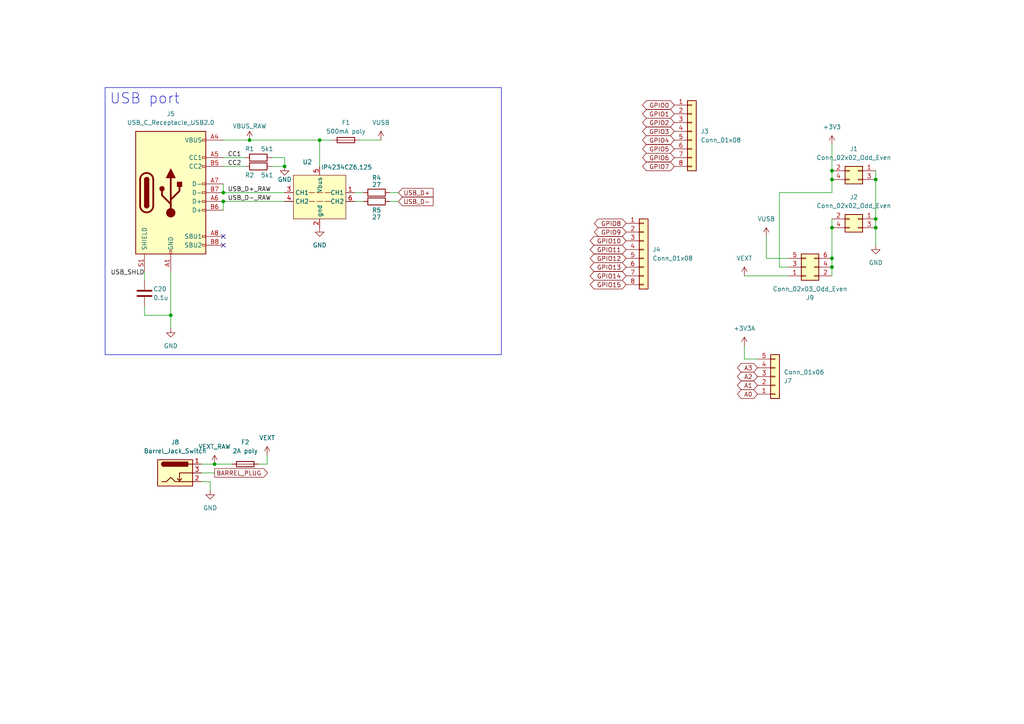
<source format=kicad_sch>
(kicad_sch (version 20231120) (generator "eeschema") (generator_version "8.0")
  (paper "A4")
  (lib_symbols
    (symbol "Connector:Barrel_Jack_Switch" (pin_names hide)
      (property "Reference" "J" (at 0 5.334 0))
      (property "Value" "Barrel_Jack_Switch" (at 0 -5.08 0))
      (symbol "Barrel_Jack_Switch_0_1"
        (rectangle (start -5.08 3.81) (end 5.08 -3.81) (stroke (width 0.254)) (fill (type background)))
        (arc (start -3.302 3.175) (mid -3.9343 2.54) (end -3.302 1.905) (stroke (width 0.254)))
        (arc (start -3.302 3.175) (mid -3.9343 2.54) (end -3.302 1.905) (stroke (width 0.254)) (fill (type outline)))
        (polyline (pts (xy 1.27 -2.286) (xy 1.905 -1.651)) (stroke (width 0.254)))
        (polyline (pts (xy 5.08 2.54) (xy 3.81 2.54)) (stroke (width 0.254)))
        (polyline (pts (xy 5.08 0) (xy 1.27 0) (xy 1.27 -2.286) (xy 0.635 -1.651)) (stroke (width 0.254)))
        (polyline (pts (xy -3.81 -2.54) (xy -2.54 -2.54) (xy -1.27 -1.27) (xy 0 -2.54) (xy 2.54 -2.54) (xy 5.08 -2.54)) (stroke (width 0.254)))
        (rectangle (start 3.683 3.175) (end -3.302 1.905) (stroke (width 0.254)) (fill (type outline)))
      )
      (symbol "Barrel_Jack_Switch_1_1"
        (pin passive line (at 7.62 2.54 180) (length 2.54) (name "~") (number "1"))
        (pin passive line (at 7.62 -2.54 180) (length 2.54) (name "~") (number "2"))
        (pin passive line (at 7.62 0 180) (length 2.54) (name "~") (number "3"))
      )
    )
    (symbol "Connector:USB_C_Receptacle_USB2.0" (pin_names (offset 1.016))
      (property "Reference" "J" (at -10.16 19.05 0))
      (property "Value" "USB_C_Receptacle_USB2.0" (at 19.05 19.05 0))
      (symbol "USB_C_Receptacle_USB2.0_0_0"
        (rectangle (start -0.254 -17.78) (end 0.254 -16.764))
        (rectangle (start 10.16 -14.986) (end 9.144 -15.494))
        (rectangle (start 10.16 -12.446) (end 9.144 -12.954))
        (rectangle (start 10.16 -4.826) (end 9.144 -5.334))
        (rectangle (start 10.16 -2.286) (end 9.144 -2.794))
        (rectangle (start 10.16 0.254) (end 9.144 -0.254))
        (rectangle (start 10.16 2.794) (end 9.144 2.286))
        (rectangle (start 10.16 7.874) (end 9.144 7.366))
        (rectangle (start 10.16 10.414) (end 9.144 9.906))
        (rectangle (start 10.16 15.494) (end 9.144 14.986))
      )
      (symbol "USB_C_Receptacle_USB2.0_0_1"
        (rectangle (start -10.16 17.78) (end 10.16 -17.78) (stroke (width 0.254)) (fill (type background)))
        (arc (start -8.89 -3.81) (mid -6.985 -5.7067) (end -5.08 -3.81) (stroke (width 0.508)))
        (arc (start -7.62 -3.81) (mid -6.985 -4.4423) (end -6.35 -3.81) (stroke (width 0.254)))
        (arc (start -7.62 -3.81) (mid -6.985 -4.4423) (end -6.35 -3.81) (stroke (width 0.254)) (fill (type outline)))
        (rectangle (start -7.62 -3.81) (end -6.35 3.81) (stroke (width 0.254)) (fill (type outline)))
        (arc (start -6.35 3.81) (mid -6.985 4.4423) (end -7.62 3.81) (stroke (width 0.254)))
        (arc (start -6.35 3.81) (mid -6.985 4.4423) (end -7.62 3.81) (stroke (width 0.254)) (fill (type outline)))
        (arc (start -5.08 3.81) (mid -6.985 5.7067) (end -8.89 3.81) (stroke (width 0.508)))
        (circle (center -2.54 1.143) (radius 0.635) (stroke (width 0.254)) (fill (type outline)))
        (circle (center 0 -5.842) (radius 1.27) (fill (type outline)))
        (polyline (pts (xy -8.89 -3.81) (xy -8.89 3.81)) (stroke (width 0.508)))
        (polyline (pts (xy -5.08 3.81) (xy -5.08 -3.81)) (stroke (width 0.508)))
        (polyline (pts (xy 0 -5.842) (xy 0 4.318)) (stroke (width 0.508)))
        (polyline (pts (xy 0 -3.302) (xy -2.54 -0.762) (xy -2.54 0.508)) (stroke (width 0.508)))
        (polyline (pts (xy 0 -2.032) (xy 2.54 0.508) (xy 2.54 1.778)) (stroke (width 0.508)))
        (polyline (pts (xy -1.27 4.318) (xy 0 6.858) (xy 1.27 4.318) (xy -1.27 4.318)) (stroke (width 0.254)) (fill (type outline)))
        (rectangle (start 1.905 1.778) (end 3.175 3.048) (stroke (width 0.254)) (fill (type outline)))
      )
      (symbol "USB_C_Receptacle_USB2.0_1_1"
        (pin passive line (at 0 -22.86 90) (length 5.08) (name "GND") (number "A1"))
        (pin passive line (at 0 -22.86 90) (length 5.08) hide (name "GND") (number "A12"))
        (pin passive line (at 15.24 15.24 180) (length 5.08) (name "VBUS") (number "A4"))
        (pin bidirectional line (at 15.24 10.16 180) (length 5.08) (name "CC1") (number "A5"))
        (pin bidirectional line (at 15.24 -2.54 180) (length 5.08) (name "D+") (number "A6"))
        (pin bidirectional line (at 15.24 2.54 180) (length 5.08) (name "D-") (number "A7"))
        (pin bidirectional line (at 15.24 -12.7 180) (length 5.08) (name "SBU1") (number "A8"))
        (pin passive line (at 15.24 15.24 180) (length 5.08) hide (name "VBUS") (number "A9"))
        (pin passive line (at 0 -22.86 90) (length 5.08) hide (name "GND") (number "B1"))
        (pin passive line (at 0 -22.86 90) (length 5.08) hide (name "GND") (number "B12"))
        (pin passive line (at 15.24 15.24 180) (length 5.08) hide (name "VBUS") (number "B4"))
        (pin bidirectional line (at 15.24 7.62 180) (length 5.08) (name "CC2") (number "B5"))
        (pin bidirectional line (at 15.24 -5.08 180) (length 5.08) (name "D+") (number "B6"))
        (pin bidirectional line (at 15.24 0 180) (length 5.08) (name "D-") (number "B7"))
        (pin bidirectional line (at 15.24 -15.24 180) (length 5.08) (name "SBU2") (number "B8"))
        (pin passive line (at 15.24 15.24 180) (length 5.08) hide (name "VBUS") (number "B9"))
        (pin passive line (at -7.62 -22.86 90) (length 5.08) (name "SHIELD") (number "S1"))
      )
    )
    (symbol "Connector_Generic:Conn_01x05" (pin_names (offset 1.016) hide)
      (property "Reference" "J" (at 0 7.62 0))
      (property "Value" "Conn_01x05" (at 0 -7.62 0))
      (symbol "Conn_01x05_1_1"
        (rectangle (start -1.27 -4.953) (end 0 -5.207) (stroke (width 0.1524)))
        (rectangle (start -1.27 -2.413) (end 0 -2.667) (stroke (width 0.1524)))
        (rectangle (start -1.27 0.127) (end 0 -0.127) (stroke (width 0.1524)))
        (rectangle (start -1.27 2.667) (end 0 2.413) (stroke (width 0.1524)))
        (rectangle (start -1.27 5.207) (end 0 4.953) (stroke (width 0.1524)))
        (rectangle (start -1.27 6.35) (end 1.27 -6.35) (stroke (width 0.254)) (fill (type background)))
        (pin passive line (at -5.08 5.08 0) (length 3.81) (name "Pin_1") (number "1"))
        (pin passive line (at -5.08 2.54 0) (length 3.81) (name "Pin_2") (number "2"))
        (pin passive line (at -5.08 0 0) (length 3.81) (name "Pin_3") (number "3"))
        (pin passive line (at -5.08 -2.54 0) (length 3.81) (name "Pin_4") (number "4"))
        (pin passive line (at -5.08 -5.08 0) (length 3.81) (name "Pin_5") (number "5"))
      )
    )
    (symbol "Connector_Generic:Conn_01x08" (pin_names (offset 1.016) hide)
      (property "Reference" "J" (at 0 10.16 0))
      (property "Value" "Conn_01x08" (at 0 -12.7 0))
      (symbol "Conn_01x08_1_1"
        (rectangle (start -1.27 -10.033) (end 0 -10.287) (stroke (width 0.1524)))
        (rectangle (start -1.27 -7.493) (end 0 -7.747) (stroke (width 0.1524)))
        (rectangle (start -1.27 -4.953) (end 0 -5.207) (stroke (width 0.1524)))
        (rectangle (start -1.27 -2.413) (end 0 -2.667) (stroke (width 0.1524)))
        (rectangle (start -1.27 0.127) (end 0 -0.127) (stroke (width 0.1524)))
        (rectangle (start -1.27 2.667) (end 0 2.413) (stroke (width 0.1524)))
        (rectangle (start -1.27 5.207) (end 0 4.953) (stroke (width 0.1524)))
        (rectangle (start -1.27 7.747) (end 0 7.493) (stroke (width 0.1524)))
        (rectangle (start -1.27 8.89) (end 1.27 -11.43) (stroke (width 0.254)) (fill (type background)))
        (pin passive line (at -5.08 7.62 0) (length 3.81) (name "Pin_1") (number "1"))
        (pin passive line (at -5.08 5.08 0) (length 3.81) (name "Pin_2") (number "2"))
        (pin passive line (at -5.08 2.54 0) (length 3.81) (name "Pin_3") (number "3"))
        (pin passive line (at -5.08 0 0) (length 3.81) (name "Pin_4") (number "4"))
        (pin passive line (at -5.08 -2.54 0) (length 3.81) (name "Pin_5") (number "5"))
        (pin passive line (at -5.08 -5.08 0) (length 3.81) (name "Pin_6") (number "6"))
        (pin passive line (at -5.08 -7.62 0) (length 3.81) (name "Pin_7") (number "7"))
        (pin passive line (at -5.08 -10.16 0) (length 3.81) (name "Pin_8") (number "8"))
      )
    )
    (symbol "Connector_Generic:Conn_02x02_Odd_Even" (pin_names (offset 1.016) hide)
      (property "Reference" "J" (at 1.27 2.54 0))
      (property "Value" "Conn_02x02_Odd_Even" (at 1.27 -5.08 0))
      (symbol "Conn_02x02_Odd_Even_1_1"
        (rectangle (start -1.27 -2.413) (end 0 -2.667) (stroke (width 0.1524)))
        (rectangle (start -1.27 0.127) (end 0 -0.127) (stroke (width 0.1524)))
        (rectangle (start -1.27 1.27) (end 3.81 -3.81) (stroke (width 0.254)) (fill (type background)))
        (rectangle (start 3.81 -2.413) (end 2.54 -2.667) (stroke (width 0.1524)))
        (rectangle (start 3.81 0.127) (end 2.54 -0.127) (stroke (width 0.1524)))
        (pin passive line (at -5.08 0 0) (length 3.81) (name "Pin_1") (number "1"))
        (pin passive line (at 7.62 0 180) (length 3.81) (name "Pin_2") (number "2"))
        (pin passive line (at -5.08 -2.54 0) (length 3.81) (name "Pin_3") (number "3"))
        (pin passive line (at 7.62 -2.54 180) (length 3.81) (name "Pin_4") (number "4"))
      )
    )
    (symbol "Connector_Generic:Conn_02x03_Odd_Even" (pin_names (offset 1.016) hide)
      (property "Reference" "J" (at 1.27 5.08 0))
      (property "Value" "Conn_02x03_Odd_Even" (at 1.27 -5.08 0))
      (symbol "Conn_02x03_Odd_Even_1_1"
        (rectangle (start -1.27 -2.413) (end 0 -2.667) (stroke (width 0.1524)))
        (rectangle (start -1.27 0.127) (end 0 -0.127) (stroke (width 0.1524)))
        (rectangle (start -1.27 2.667) (end 0 2.413) (stroke (width 0.1524)))
        (rectangle (start -1.27 3.81) (end 3.81 -3.81) (stroke (width 0.254)) (fill (type background)))
        (rectangle (start 3.81 -2.413) (end 2.54 -2.667) (stroke (width 0.1524)))
        (rectangle (start 3.81 0.127) (end 2.54 -0.127) (stroke (width 0.1524)))
        (rectangle (start 3.81 2.667) (end 2.54 2.413) (stroke (width 0.1524)))
        (pin passive line (at -5.08 2.54 0) (length 3.81) (name "Pin_1") (number "1"))
        (pin passive line (at 7.62 2.54 180) (length 3.81) (name "Pin_2") (number "2"))
        (pin passive line (at -5.08 0 0) (length 3.81) (name "Pin_3") (number "3"))
        (pin passive line (at 7.62 0 180) (length 3.81) (name "Pin_4") (number "4"))
        (pin passive line (at -5.08 -2.54 0) (length 3.81) (name "Pin_5") (number "5"))
        (pin passive line (at 7.62 -2.54 180) (length 3.81) (name "Pin_6") (number "6"))
      )
    )
    (symbol "Device:C" (pin_numbers hide) (pin_names (offset 0.254))
      (property "Reference" "C" (at 0.635 2.54 0))
      (property "Value" "C" (at 0.635 -2.54 0))
      (symbol "C_0_1"
        (polyline (pts (xy -2.032 -0.762) (xy 2.032 -0.762)) (stroke (width 0.508)))
        (polyline (pts (xy -2.032 0.762) (xy 2.032 0.762)) (stroke (width 0.508)))
      )
      (symbol "C_1_1"
        (pin passive line (at 0 3.81 270) (length 2.794) (name "~") (number "1"))
        (pin passive line (at 0 -3.81 90) (length 2.794) (name "~") (number "2"))
      )
    )
    (symbol "Device:Fuse" (pin_numbers hide) (pin_names (offset 0))
      (property "Reference" "F" (at 2.032 0 90))
      (property "Value" "Fuse" (at -1.905 0 90))
      (symbol "Fuse_0_1"
        (rectangle (start -0.762 -2.54) (end 0.762 2.54) (stroke (width 0.254)))
        (polyline (pts (xy 0 2.54) (xy 0 -2.54)))
      )
      (symbol "Fuse_1_1"
        (pin passive line (at 0 3.81 270) (length 1.27) (name "~") (number "1"))
        (pin passive line (at 0 -3.81 90) (length 1.27) (name "~") (number "2"))
      )
    )
    (symbol "Device:R" (pin_numbers hide) (pin_names (offset 0))
      (property "Reference" "R" (at 2.032 0 90))
      (property "Value" "R" (at 0 0 90))
      (symbol "R_0_1"
        (rectangle (start -1.016 -2.54) (end 1.016 2.54) (stroke (width 0.254)))
      )
      (symbol "R_1_1"
        (pin passive line (at 0 3.81 270) (length 1.27) (name "~") (number "1"))
        (pin passive line (at 0 -3.81 90) (length 1.27) (name "~") (number "2"))
      )
    )
    (symbol "ip4234cz6:ip4234cz6"
      (property "Reference" "U3" (at 1.27 7.62 0))
      (property "Value" "IP4234CZ6,125" (at -10.16 -7.62 0))
      (symbol "ip4234cz6_1_1"
        (rectangle (start -7.62 6.35) (end 7.62 -6.35) (fill (type background)))
        (polyline (pts (xy -3.175 -1.27) (xy 3.175 -1.27)) (stroke (width 0) (type dash)))
        (polyline (pts (xy -3.175 1.27) (xy 3.175 1.27)) (stroke (width 0) (type dash)))
        (pin bidirectional line (at -10.16 1.27 0) (length 2.54) (name "CH1") (number "1"))
        (pin input line (at 0 -8.89 90) (length 2.54) (name "gnd") (number "2"))
        (pin bidirectional line (at 10.16 1.27 180) (length 2.54) (name "CH1") (number "3"))
        (pin bidirectional line (at 10.16 -1.27 180) (length 2.54) (name "CH2") (number "4"))
        (pin input line (at 0 8.89 270) (length 2.54) (name "Vbus") (number "5"))
        (pin bidirectional line (at -10.16 -1.27 0) (length 2.54) (name "CH2") (number "6"))
      )
    )
    (symbol "power:+3V3" (power) (pin_names (offset 0))
      (property "Value" "+3V3" (at 0 3.556 0))
      (symbol "+3V3_0_1"
        (polyline (pts (xy -0.762 1.27) (xy 0 2.54)))
        (polyline (pts (xy 0 0) (xy 0 2.54)))
        (polyline (pts (xy 0 2.54) (xy 0.762 1.27)))
      )
      (symbol "+3V3_1_1"
        (pin power_in line (at 0 0 90) (length 0) hide (name "+3V3") (number "1"))
      )
    )
    (symbol "power:GND" (power) (pin_names (offset 0))
      (property "Value" "GND" (at 0 -3.81 0))
      (symbol "GND_0_1"
        (polyline (pts (xy 0 0) (xy 0 -1.27) (xy 1.27 -1.27) (xy 0 -2.54) (xy -1.27 -1.27) (xy 0 -1.27)))
      )
      (symbol "GND_1_1"
        (pin power_in line (at 0 0 270) (length 0) hide (name "GND") (number "1"))
      )
    )
    (symbol "power:VBUS" (power) (pin_names (offset 0))
      (property "Value" "VBUS" (at 0 3.81 0))
      (symbol "VBUS_0_1"
        (polyline (pts (xy -0.762 1.27) (xy 0 2.54)))
        (polyline (pts (xy 0 0) (xy 0 2.54)))
        (polyline (pts (xy 0 2.54) (xy 0.762 1.27)))
      )
      (symbol "VBUS_1_1"
        (pin power_in line (at 0 0 90) (length 0) hide (name "VBUS") (number "1"))
      )
    )
  )
  (junction (at 82.55 48.26))
  (junction (at 64.77 55.88))
  (junction (at 241.3 52.07))
  (junction (at 241.3 66.04))
  (junction (at 64.77 58.42))
  (junction (at 241.3 77.47))
  (junction (at 241.3 74.93))
  (junction (at 72.39 40.64))
  (junction (at 254 52.07))
  (junction (at 62.23 134.62))
  (junction (at 241.3 49.53))
  (junction (at 92.71 40.64))
  (junction (at 254 66.04))
  (junction (at 49.53 91.44))
  (junction (at 254 63.5))
  (no_connect (at 64.77 71.12))
  (no_connect (at 64.77 68.58))
  (wire (pts (xy 222.25 68.58) (xy 222.25 74.93)))
  (wire (pts (xy 64.77 53.34) (xy 64.77 55.88)))
  (wire (pts (xy 60.96 139.7) (xy 58.42 139.7)))
  (wire (pts (xy 241.3 77.47) (xy 241.3 80.01)))
  (wire (pts (xy 254 52.07) (xy 254 63.5)))
  (wire (pts (xy 64.77 45.72) (xy 71.12 45.72)))
  (wire (pts (xy 241.3 52.07) (xy 241.3 55.88)))
  (wire (pts (xy 62.23 134.62) (xy 58.42 134.62)))
  (wire (pts (xy 41.91 78.74) (xy 41.91 81.28)))
  (wire (pts (xy 64.77 55.88) (xy 82.55 55.88)))
  (wire (pts (xy 219.71 104.14) (xy 215.9 104.14)))
  (wire (pts (xy 78.74 48.26) (xy 82.55 48.26)))
  (wire (pts (xy 241.3 49.53) (xy 241.3 52.07)))
  (wire (pts (xy 92.71 40.64) (xy 92.71 48.26)))
  (wire (pts (xy 228.6 77.47) (xy 226.06 77.47)))
  (wire (pts (xy 64.77 58.42) (xy 64.77 60.96)))
  (wire (pts (xy 241.3 63.5) (xy 241.3 66.04)))
  (wire (pts (xy 78.74 45.72) (xy 82.55 45.72)))
  (wire (pts (xy 241.3 74.93) (xy 241.3 77.47)))
  (wire (pts (xy 82.55 45.72) (xy 82.55 48.26)))
  (wire (pts (xy 215.9 104.14) (xy 215.9 100.33)))
  (wire (pts (xy 64.77 58.42) (xy 82.55 58.42)))
  (wire (pts (xy 60.96 142.24) (xy 60.96 139.7)))
  (wire (pts (xy 226.06 55.88) (xy 241.3 55.88)))
  (wire (pts (xy 77.47 134.62) (xy 74.93 134.62)))
  (wire (pts (xy 241.3 41.91) (xy 241.3 49.53)))
  (wire (pts (xy 226.06 77.47) (xy 226.06 55.88)))
  (wire (pts (xy 254 49.53) (xy 254 52.07)))
  (wire (pts (xy 64.77 48.26) (xy 71.12 48.26)))
  (wire (pts (xy 92.71 40.64) (xy 96.52 40.64)))
  (wire (pts (xy 67.31 134.62) (xy 62.23 134.62)))
  (wire (pts (xy 64.77 40.64) (xy 72.39 40.64)))
  (wire (pts (xy 72.39 40.64) (xy 92.71 40.64)))
  (wire (pts (xy 102.87 58.42) (xy 105.41 58.42)))
  (wire (pts (xy 115.57 58.42) (xy 113.03 58.42)))
  (wire (pts (xy 49.53 91.44) (xy 49.53 95.25)))
  (wire (pts (xy 254 66.04) (xy 254 71.12)))
  (wire (pts (xy 62.23 137.16) (xy 58.42 137.16)))
  (wire (pts (xy 77.47 132.08) (xy 77.47 134.62)))
  (wire (pts (xy 41.91 91.44) (xy 49.53 91.44)))
  (wire (pts (xy 110.49 40.64) (xy 104.14 40.64)))
  (wire (pts (xy 254 63.5) (xy 254 66.04)))
  (wire (pts (xy 49.53 78.74) (xy 49.53 91.44)))
  (wire (pts (xy 102.87 55.88) (xy 105.41 55.88)))
  (wire (pts (xy 115.57 55.88) (xy 113.03 55.88)))
  (wire (pts (xy 241.3 66.04) (xy 241.3 74.93)))
  (wire (pts (xy 41.91 91.44) (xy 41.91 88.9)))
  (wire (pts (xy 215.9 80.01) (xy 228.6 80.01)))
  (wire (pts (xy 228.6 74.93) (xy 222.25 74.93)))
  (rectangle (start 30.48 25.4) (end 145.415 102.87))
  (text "USB port" (at 31.75 30.48 0) (effects (font (size 3 3)) (justify left bottom)))
  (label "CC1" (at 66.04 45.72 0))
  (label "USB_SHLD" (at 41.91 80.01 180))
  (label "USB_D-_RAW" (at 66.04 58.42 0))
  (label "USB_D+_RAW" (at 66.04 55.88 0))
  (label "CC2" (at 66.04 48.26 0))
  (global_label "A2" (shape bidirectional) (at 219.71 109.22 180) (property "Intersheetrefs" "${INTERSHEET_REFS}" (effects (hide yes))))
  (global_label "GPIO14" (shape bidirectional) (at 181.61 80.01 180) (property "Intersheetrefs" "${INTERSHEET_REFS}" (effects (hide yes))))
  (global_label "GPIO15" (shape bidirectional) (at 181.61 82.55 180) (property "Intersheetrefs" "${INTERSHEET_REFS}" (effects (hide yes))))
  (global_label "USB_D-" (shape input) (at 115.57 58.42 0) (property "Intersheetrefs" "${INTERSHEET_REFS}" (effects (hide yes))))
  (global_label "GPIO6" (shape bidirectional) (at 195.58 45.72 180) (property "Intersheetrefs" "${INTERSHEET_REFS}" (effects (hide yes))))
  (global_label "A1" (shape bidirectional) (at 219.71 111.76 180) (property "Intersheetrefs" "${INTERSHEET_REFS}" (effects (hide yes))))
  (global_label "GPIO13" (shape bidirectional) (at 181.61 77.47 180) (property "Intersheetrefs" "${INTERSHEET_REFS}" (effects (hide yes))))
  (global_label "GPIO9" (shape bidirectional) (at 181.61 67.31 180) (property "Intersheetrefs" "${INTERSHEET_REFS}" (effects (hide yes))))
  (global_label "GPIO8" (shape bidirectional) (at 181.61 64.77 180) (property "Intersheetrefs" "${INTERSHEET_REFS}" (effects (hide yes))))
  (global_label "GPIO2" (shape bidirectional) (at 195.58 35.56 180) (property "Intersheetrefs" "${INTERSHEET_REFS}" (effects (hide yes))))
  (global_label "GPIO3" (shape bidirectional) (at 195.58 38.1 180) (property "Intersheetrefs" "${INTERSHEET_REFS}" (effects (hide yes))))
  (global_label "A0" (shape bidirectional) (at 219.71 114.3 180) (property "Intersheetrefs" "${INTERSHEET_REFS}" (effects (hide yes))))
  (global_label "GPIO11" (shape bidirectional) (at 181.61 72.39 180) (property "Intersheetrefs" "${INTERSHEET_REFS}" (effects (hide yes))))
  (global_label "GPIO0" (shape bidirectional) (at 195.58 30.48 180) (property "Intersheetrefs" "${INTERSHEET_REFS}" (effects (hide yes))))
  (global_label "BARREL_PLUG" (shape output) (at 62.23 137.16 0) (property "Intersheetrefs" "${INTERSHEET_REFS}" (effects (hide yes))))
  (global_label "GPIO12" (shape bidirectional) (at 181.61 74.93 180) (property "Intersheetrefs" "${INTERSHEET_REFS}" (effects (hide yes))))
  (global_label "GPIO1" (shape bidirectional) (at 195.58 33.02 180) (property "Intersheetrefs" "${INTERSHEET_REFS}" (effects (hide yes))))
  (global_label "GPIO10" (shape bidirectional) (at 181.61 69.85 180) (property "Intersheetrefs" "${INTERSHEET_REFS}" (effects (hide yes))))
  (global_label "GPIO4" (shape bidirectional) (at 195.58 40.64 180) (property "Intersheetrefs" "${INTERSHEET_REFS}" (effects (hide yes))))
  (global_label "GPIO7" (shape bidirectional) (at 195.58 48.26 180) (property "Intersheetrefs" "${INTERSHEET_REFS}" (effects (hide yes))))
  (global_label "GPIO5" (shape bidirectional) (at 195.58 43.18 180) (property "Intersheetrefs" "${INTERSHEET_REFS}" (effects (hide yes))))
  (global_label "A3" (shape bidirectional) (at 219.71 106.68 180) (property "Intersheetrefs" "${INTERSHEET_REFS}" (effects (hide yes))))
  (global_label "USB_D+" (shape input) (at 115.57 55.88 0) (property "Intersheetrefs" "${INTERSHEET_REFS}" (effects (hide yes))))
  (symbol (lib_id "power:+3V3") (at 241.3 41.91 0) (unit 1)
    (property "Reference" "#PWR09" (effects (hide yes)))
    (property "Value" "+3V3" (at 241.3 36.83 0))
    (property "Description" "Power symbol creates a global label with name \"+3V3\"" (effects (hide yes)))
  )
  (symbol (lib_id "Device:Fuse") (at 100.33 40.64 90) (unit 1)
    (property "Reference" "F1" (at 100.33 35.56 90))
    (property "Value" "500mA poly" (at 100.33 38.1 90))
    (property "Footprint" "Fuse:Fuse_1206_3216Metric" (effects (hide yes)))
    (property "DPN" "F2110CT-ND" (effects (hide yes)))
    (property "MPN" "1206L025YR" (effects (hide yes)))
  )
  (symbol (lib_id "Connector_Generic:Conn_01x05") (at 224.79 109.22 0) (mirror x) (unit 1)
    (property "Reference" "J7" (at 227.33 110.4901 0) (effects (justify left)))
    (property "Value" "Conn_01x06" (at 227.33 107.9501 0) (effects (justify left)))
    (property "Footprint" "Connector_PinHeader_2.54mm:PinHeader_1x05_P2.54mm_Vertical" (effects (hide yes)))
    (property "Description" "Generic connector, single row, 01x05, script generated (kicad-library-utils/schlib/autogen/connector/)" (effects (hide yes)))
  )
  (symbol (lib_id "Connector:USB_C_Receptacle_USB2.0") (at 49.53 55.88 0) (unit 1)
    (property "Reference" "J5" (at 49.53 33.02 0))
    (property "Value" "USB_C_Receptacle_USB2.0" (at 49.53 35.56 0))
    (property "Footprint" "Connector_USB:USB_C_Receptacle_Palconn_UTC16-G" (effects (hide yes)))
    (property "Datasheet" "https://www.usb.org/sites/default/files/documents/usb_type-c.zip" (effects (hide yes)))
    (property "DPN" "USB4105-GF-A" (effects (hide yes)))
    (property "MPN" "2073-USB4105-GF-ACT-ND" (effects (hide yes)))
  )
  (symbol (lib_id "Connector_Generic:Conn_02x03_Odd_Even") (at 233.68 77.47 0) (mirror x) (unit 1)
    (property "Reference" "J9" (at 234.95 86.36 0))
    (property "Value" "Conn_02x03_Odd_Even" (at 234.95 83.82 0))
    (property "Footprint" "Connector_PinHeader_2.54mm:PinHeader_2x03_P2.54mm_Vertical" (effects (hide yes)))
    (property "Description" "Generic connector, double row, 02x03, odd/even pin numbering scheme (row 1 odd numbers, row 2 even numbers), script generated (kicad-library-utils/schlib/autogen/connector/)" (effects (hide yes)))
  )
  (symbol (lib_id "Connector_Generic:Conn_01x08") (at 186.69 72.39 0) (unit 1)
    (property "Reference" "J4" (at 189.23 72.3899 0) (effects (justify left)))
    (property "Value" "Conn_01x08" (at 189.23 74.9299 0) (effects (justify left)))
    (property "Footprint" "Connector_PinHeader_2.54mm:PinHeader_1x08_P2.54mm_Vertical" (effects (hide yes)))
    (property "Description" "Generic connector, single row, 01x08, script generated (kicad-library-utils/schlib/autogen/connector/)" (effects (hide yes)))
  )
  (symbol (lib_id "Connector:Barrel_Jack_Switch") (at 50.8 137.16 0) (unit 1)
    (property "Reference" "J8" (at 50.8 128.27 0))
    (property "Value" "Barrel_Jack_Switch" (at 50.8 130.81 0))
    (property "Footprint" "Connector_BarrelJack:BarrelJack_Wuerth_6941xx301002" (effects (hide yes)))
    (property "Datasheet" "https://www.cuidevices.com/product/resource/pj-002a.pdf" (effects (hide yes)))
    (property "Description" "DC Barrel Jack with an internal switch" (effects (hide yes)))
    (property "DPN" "CP-002A-ND" (effects (hide yes)))
    (property "MPN" "PJ-002A" (effects (hide yes)))
  )
  (symbol (lib_id "power:VBUS") (at 215.9 80.01 0) (unit 1)
    (property "Reference" "#PWR041" (effects (hide yes)))
    (property "Value" "VEXT" (at 215.9 74.93 0))
    (property "Description" "Power symbol creates a global label with name \"VBUS\"" (effects (hide yes)))
  )
  (symbol (lib_id "Device:C") (at 41.91 85.09 0) (unit 1)
    (property "Reference" "C20" (at 44.45 83.82 0) (effects (justify left)))
    (property "Value" "0.1u" (at 44.45 86.36 0) (effects (justify left)))
    (property "Footprint" "Capacitor_SMD:C_0603_1608Metric" (effects (hide yes)))
    (property "DPN" "1276-1935-1-ND" (effects (hide yes)))
    (property "MPN" "CL10B104KB8NNWC" (effects (hide yes)))
  )
  (symbol (lib_id "power:GND") (at 49.53 95.25 0) (unit 1)
    (property "Reference" "#PWR07" (effects (hide yes)))
    (property "Value" "GND" (at 49.53 100.33 0))
  )
  (symbol (lib_id "Device:Fuse") (at 71.12 134.62 90) (unit 1)
    (property "Reference" "F2" (at 71.12 128.27 90))
    (property "Value" "2A poly" (at 71.12 130.81 90))
    (property "Footprint" "Fuse:Fuse_1206_3216Metric" (effects (hide yes)))
    (property "DPN" "F6133CT-ND" (effects (hide yes)))
    (property "MPN" "1210L110/16WR" (effects (hide yes)))
  )
  (symbol (lib_id "power:VBUS") (at 110.49 40.64 0) (unit 1)
    (property "Reference" "#PWR032" (effects (hide yes)))
    (property "Value" "VUSB" (at 110.49 35.56 0))
  )
  (symbol (lib_id "power:GND") (at 60.96 142.24 0) (unit 1)
    (property "Reference" "#PWR034" (effects (hide yes)))
    (property "Value" "GND" (at 60.96 147.32 0))
    (property "Description" "Power symbol creates a global label with name \"GND\" , ground" (effects (hide yes)))
  )
  (symbol (lib_id "Device:R") (at 74.93 48.26 90) (unit 1)
    (property "Reference" "R2" (at 72.39 50.8 90))
    (property "Value" "5k1" (at 77.47 50.8 90))
    (property "Footprint" "Resistor_SMD:R_0603_1608Metric" (effects (hide yes)))
    (property "DPN" "RMCF0603FT5K10CT-ND" (effects (hide yes)))
    (property "MPN" "RMCF0603FT5K10" (effects (hide yes)))
  )
  (symbol (lib_id "power:GND") (at 92.71 66.04 0) (unit 1)
    (property "Reference" "#PWR031" (effects (hide yes)))
    (property "Value" "GND" (at 92.71 71.12 0))
  )
  (symbol (lib_id "power:VBUS") (at 222.25 68.58 0) (unit 1)
    (property "Reference" "#PWR01" (effects (hide yes)))
    (property "Value" "VUSB" (at 222.25 63.5 0))
  )
  (symbol (lib_id "Device:R") (at 109.22 58.42 90) (unit 1)
    (property "Reference" "R5" (at 109.22 60.96 90))
    (property "Value" "27" (at 109.22 62.992 90))
    (property "Footprint" "Resistor_SMD:R_0603_1608Metric" (effects (hide yes)))
    (property "Description" "Resistor" (effects (hide yes)))
  )
  (symbol (lib_id "power:VBUS") (at 72.39 40.64 0) (unit 1)
    (property "Reference" "#PWR030" (effects (hide yes)))
    (property "Value" "VBUS_RAW" (at 72.39 36.576 0))
  )
  (symbol (lib_id "Connector_Generic:Conn_02x02_Odd_Even") (at 248.92 49.53 0) (mirror y) (unit 1)
    (property "Reference" "J1" (at 247.65 43.18 0))
    (property "Value" "Conn_02x02_Odd_Even" (at 247.65 45.72 0))
    (property "Footprint" "Connector_PinHeader_2.54mm:PinHeader_2x02_P2.54mm_Vertical" (effects (hide yes)))
    (property "Description" "Generic connector, double row, 02x02, odd/even pin numbering scheme (row 1 odd numbers, row 2 even numbers), script generated (kicad-library-utils/schlib/autogen/connector/)" (effects (hide yes)))
  )
  (symbol (lib_id "power:GND") (at 82.55 48.26 0) (unit 1)
    (property "Reference" "#PWR08" (effects (hide yes)))
    (property "Value" "GND" (at 82.55 52.07 0))
  )
  (symbol (lib_id "ip4234cz6:ip4234cz6") (at 92.71 57.15 0) (mirror y) (unit 1)
    (property "Reference" "U2" (at 90.5159 46.99 0) (effects (justify left)))
    (property "Value" "IP4234CZ6,125" (at 107.95 48.514 0) (effects (justify left)))
    (property "Footprint" "Package_SO:TSOP-6_1.65x3.05mm_P0.95mm" (effects (hide yes)))
    (property "Datasheet" "https://assets.nexperia.com/documents/data-sheet/IP4234CZ6.pdf" (effects (hide yes)))
    (property "DPN" "1727-4717-1-ND" (effects (hide yes)))
    (property "MPN" "IP4234CZ6,125" (effects (hide yes)))
  )
  (symbol (lib_id "Device:R") (at 109.22 55.88 90) (unit 1)
    (property "Reference" "R4" (at 109.22 51.562 90))
    (property "Value" "27" (at 109.22 53.594 90))
    (property "Footprint" "Resistor_SMD:R_0603_1608Metric" (effects (hide yes)))
    (property "Description" "Resistor" (effects (hide yes)))
  )
  (symbol (lib_id "power:VBUS") (at 62.23 134.62 0) (unit 1)
    (property "Reference" "#PWR037" (effects (hide yes)))
    (property "Value" "VEXT_RAW" (at 62.23 129.54 0))
    (property "Description" "Power symbol creates a global label with name \"VBUS\"" (effects (hide yes)))
  )
  (symbol (lib_id "Connector_Generic:Conn_02x02_Odd_Even") (at 248.92 63.5 0) (mirror y) (unit 1)
    (property "Reference" "J2" (at 247.65 57.15 0))
    (property "Value" "Conn_02x02_Odd_Even" (at 247.65 59.69 0))
    (property "Footprint" "Connector_PinHeader_2.54mm:PinHeader_2x02_P2.54mm_Vertical" (effects (hide yes)))
    (property "Description" "Generic connector, double row, 02x02, odd/even pin numbering scheme (row 1 odd numbers, row 2 even numbers), script generated (kicad-library-utils/schlib/autogen/connector/)" (effects (hide yes)))
  )
  (symbol (lib_id "power:VBUS") (at 77.47 132.08 0) (unit 1)
    (property "Reference" "#PWR035" (effects (hide yes)))
    (property "Value" "VEXT" (at 77.47 127 0))
    (property "Description" "Power symbol creates a global label with name \"VBUS\"" (effects (hide yes)))
  )
  (symbol (lib_id "power:+3V3") (at 215.9 100.33 0) (unit 1)
    (property "Reference" "#PWR033" (effects (hide yes)))
    (property "Value" "+3V3A" (at 215.9 95.25 0))
    (property "Description" "Power symbol creates a global label with name \"+3V3\"" (effects (hide yes)))
  )
  (symbol (lib_id "Device:R") (at 74.93 45.72 90) (unit 1)
    (property "Reference" "R1" (at 72.39 43.18 90))
    (property "Value" "5k1" (at 77.47 43.18 90))
    (property "Footprint" "Resistor_SMD:R_0603_1608Metric" (effects (hide yes)))
    (property "DPN" "RMCF0603FT5K10CT-ND" (effects (hide yes)))
    (property "MPN" "RMCF0603FT5K10" (effects (hide yes)))
  )
  (symbol (lib_id "Connector_Generic:Conn_01x08") (at 200.66 38.1 0) (unit 1)
    (property "Reference" "J3" (at 203.2 38.0999 0) (effects (justify left)))
    (property "Value" "Conn_01x08" (at 203.2 40.6399 0) (effects (justify left)))
    (property "Footprint" "Connector_PinHeader_2.54mm:PinHeader_1x08_P2.54mm_Vertical" (effects (hide yes)))
    (property "Description" "Generic connector, single row, 01x08, script generated (kicad-library-utils/schlib/autogen/connector/)" (effects (hide yes)))
  )
  (symbol (lib_id "power:GND") (at 254 71.12 0) (unit 1)
    (property "Reference" "#PWR020" (effects (hide yes)))
    (property "Value" "GND" (at 254 76.2 0))
    (property "Description" "Power symbol creates a global label with name \"GND\" , ground" (effects (hide yes)))
  )
)
</source>
